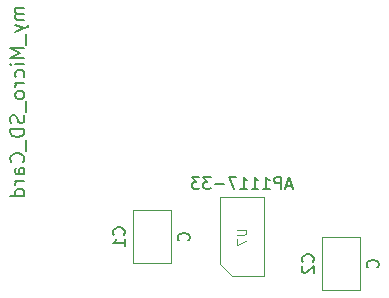
<source format=gbr>
G04 #@! TF.FileFunction,Other,Fab,Bot*
%FSLAX46Y46*%
G04 Gerber Fmt 4.6, Leading zero omitted, Abs format (unit mm)*
G04 Created by KiCad (PCBNEW 4.0.7) date 04/18/18 00:39:05*
%MOMM*%
%LPD*%
G01*
G04 APERTURE LIST*
%ADD10C,0.100000*%
%ADD11C,0.150000*%
%ADD12C,0.120000*%
G04 APERTURE END LIST*
D10*
X161366000Y-104430000D02*
X158166000Y-104430000D01*
X161366000Y-108930000D02*
X161366000Y-104430000D01*
X158166000Y-108930000D02*
X161366000Y-108930000D01*
X158166000Y-104430000D02*
X158166000Y-108930000D01*
X177368000Y-106716000D02*
X174168000Y-106716000D01*
X177368000Y-111216000D02*
X177368000Y-106716000D01*
X174168000Y-111216000D02*
X177368000Y-111216000D01*
X174168000Y-106716000D02*
X174168000Y-111216000D01*
X165536000Y-109030000D02*
X166536000Y-110030000D01*
X165536000Y-109030000D02*
X165536000Y-103330000D01*
X166536000Y-110030000D02*
X169236000Y-110030000D01*
X165536000Y-103330000D02*
X169236000Y-103330000D01*
X169236000Y-110030000D02*
X169236000Y-103330000D01*
D11*
X162873143Y-106989524D02*
X162920762Y-106941905D01*
X162968381Y-106799048D01*
X162968381Y-106703810D01*
X162920762Y-106560952D01*
X162825524Y-106465714D01*
X162730286Y-106418095D01*
X162539810Y-106370476D01*
X162396952Y-106370476D01*
X162206476Y-106418095D01*
X162111238Y-106465714D01*
X162016000Y-106560952D01*
X161968381Y-106703810D01*
X161968381Y-106799048D01*
X162016000Y-106941905D01*
X162063619Y-106989524D01*
X157373143Y-106513334D02*
X157420762Y-106465715D01*
X157468381Y-106322858D01*
X157468381Y-106227620D01*
X157420762Y-106084762D01*
X157325524Y-105989524D01*
X157230286Y-105941905D01*
X157039810Y-105894286D01*
X156896952Y-105894286D01*
X156706476Y-105941905D01*
X156611238Y-105989524D01*
X156516000Y-106084762D01*
X156468381Y-106227620D01*
X156468381Y-106322858D01*
X156516000Y-106465715D01*
X156563619Y-106513334D01*
X157468381Y-107465715D02*
X157468381Y-106894286D01*
X157468381Y-107180000D02*
X156468381Y-107180000D01*
X156611238Y-107084762D01*
X156706476Y-106989524D01*
X156754095Y-106894286D01*
X178875143Y-109275524D02*
X178922762Y-109227905D01*
X178970381Y-109085048D01*
X178970381Y-108989810D01*
X178922762Y-108846952D01*
X178827524Y-108751714D01*
X178732286Y-108704095D01*
X178541810Y-108656476D01*
X178398952Y-108656476D01*
X178208476Y-108704095D01*
X178113238Y-108751714D01*
X178018000Y-108846952D01*
X177970381Y-108989810D01*
X177970381Y-109085048D01*
X178018000Y-109227905D01*
X178065619Y-109275524D01*
X173375143Y-108799334D02*
X173422762Y-108751715D01*
X173470381Y-108608858D01*
X173470381Y-108513620D01*
X173422762Y-108370762D01*
X173327524Y-108275524D01*
X173232286Y-108227905D01*
X173041810Y-108180286D01*
X172898952Y-108180286D01*
X172708476Y-108227905D01*
X172613238Y-108275524D01*
X172518000Y-108370762D01*
X172470381Y-108513620D01*
X172470381Y-108608858D01*
X172518000Y-108751715D01*
X172565619Y-108799334D01*
X172565619Y-109180286D02*
X172518000Y-109227905D01*
X172470381Y-109323143D01*
X172470381Y-109561239D01*
X172518000Y-109656477D01*
X172565619Y-109704096D01*
X172660857Y-109751715D01*
X172756095Y-109751715D01*
X172898952Y-109704096D01*
X173470381Y-109132667D01*
X173470381Y-109751715D01*
X171600286Y-102346667D02*
X171124095Y-102346667D01*
X171695524Y-102632381D02*
X171362191Y-101632381D01*
X171028857Y-102632381D01*
X170695524Y-102632381D02*
X170695524Y-101632381D01*
X170314571Y-101632381D01*
X170219333Y-101680000D01*
X170171714Y-101727619D01*
X170124095Y-101822857D01*
X170124095Y-101965714D01*
X170171714Y-102060952D01*
X170219333Y-102108571D01*
X170314571Y-102156190D01*
X170695524Y-102156190D01*
X169171714Y-102632381D02*
X169743143Y-102632381D01*
X169457429Y-102632381D02*
X169457429Y-101632381D01*
X169552667Y-101775238D01*
X169647905Y-101870476D01*
X169743143Y-101918095D01*
X168219333Y-102632381D02*
X168790762Y-102632381D01*
X168505048Y-102632381D02*
X168505048Y-101632381D01*
X168600286Y-101775238D01*
X168695524Y-101870476D01*
X168790762Y-101918095D01*
X167266952Y-102632381D02*
X167838381Y-102632381D01*
X167552667Y-102632381D02*
X167552667Y-101632381D01*
X167647905Y-101775238D01*
X167743143Y-101870476D01*
X167838381Y-101918095D01*
X166933619Y-101632381D02*
X166266952Y-101632381D01*
X166695524Y-102632381D01*
X165886000Y-102251429D02*
X165124095Y-102251429D01*
X164743143Y-101632381D02*
X164124095Y-101632381D01*
X164457429Y-102013333D01*
X164314571Y-102013333D01*
X164219333Y-102060952D01*
X164171714Y-102108571D01*
X164124095Y-102203810D01*
X164124095Y-102441905D01*
X164171714Y-102537143D01*
X164219333Y-102584762D01*
X164314571Y-102632381D01*
X164600286Y-102632381D01*
X164695524Y-102584762D01*
X164743143Y-102537143D01*
X163790762Y-101632381D02*
X163171714Y-101632381D01*
X163505048Y-102013333D01*
X163362190Y-102013333D01*
X163266952Y-102060952D01*
X163219333Y-102108571D01*
X163171714Y-102203810D01*
X163171714Y-102441905D01*
X163219333Y-102537143D01*
X163266952Y-102584762D01*
X163362190Y-102632381D01*
X163647905Y-102632381D01*
X163743143Y-102584762D01*
X163790762Y-102537143D01*
D12*
X166947905Y-106070476D02*
X167595524Y-106070476D01*
X167671714Y-106108571D01*
X167709810Y-106146667D01*
X167747905Y-106222857D01*
X167747905Y-106375238D01*
X167709810Y-106451429D01*
X167671714Y-106489524D01*
X167595524Y-106527619D01*
X166947905Y-106527619D01*
X166947905Y-106832381D02*
X166947905Y-107365714D01*
X167747905Y-107022857D01*
D11*
X148972857Y-87278571D02*
X148172857Y-87278571D01*
X148287143Y-87278571D02*
X148230000Y-87335714D01*
X148172857Y-87450000D01*
X148172857Y-87621428D01*
X148230000Y-87735714D01*
X148344286Y-87792857D01*
X148972857Y-87792857D01*
X148344286Y-87792857D02*
X148230000Y-87850000D01*
X148172857Y-87964286D01*
X148172857Y-88135714D01*
X148230000Y-88250000D01*
X148344286Y-88307143D01*
X148972857Y-88307143D01*
X148172857Y-88764286D02*
X148972857Y-89050000D01*
X148172857Y-89335714D02*
X148972857Y-89050000D01*
X149258571Y-88935714D01*
X149315714Y-88878571D01*
X149372857Y-88764286D01*
X149087143Y-89507143D02*
X149087143Y-90421429D01*
X148972857Y-90707143D02*
X147772857Y-90707143D01*
X148630000Y-91107143D01*
X147772857Y-91507143D01*
X148972857Y-91507143D01*
X148972857Y-92078572D02*
X148172857Y-92078572D01*
X147772857Y-92078572D02*
X147830000Y-92021429D01*
X147887143Y-92078572D01*
X147830000Y-92135715D01*
X147772857Y-92078572D01*
X147887143Y-92078572D01*
X148915714Y-93164287D02*
X148972857Y-93050001D01*
X148972857Y-92821430D01*
X148915714Y-92707144D01*
X148858571Y-92650001D01*
X148744286Y-92592858D01*
X148401429Y-92592858D01*
X148287143Y-92650001D01*
X148230000Y-92707144D01*
X148172857Y-92821430D01*
X148172857Y-93050001D01*
X148230000Y-93164287D01*
X148972857Y-93678572D02*
X148172857Y-93678572D01*
X148401429Y-93678572D02*
X148287143Y-93735715D01*
X148230000Y-93792858D01*
X148172857Y-93907144D01*
X148172857Y-94021429D01*
X148972857Y-94592858D02*
X148915714Y-94478572D01*
X148858571Y-94421429D01*
X148744286Y-94364286D01*
X148401429Y-94364286D01*
X148287143Y-94421429D01*
X148230000Y-94478572D01*
X148172857Y-94592858D01*
X148172857Y-94764286D01*
X148230000Y-94878572D01*
X148287143Y-94935715D01*
X148401429Y-94992858D01*
X148744286Y-94992858D01*
X148858571Y-94935715D01*
X148915714Y-94878572D01*
X148972857Y-94764286D01*
X148972857Y-94592858D01*
X149087143Y-95221429D02*
X149087143Y-96135715D01*
X148915714Y-96364286D02*
X148972857Y-96535715D01*
X148972857Y-96821429D01*
X148915714Y-96935715D01*
X148858571Y-96992858D01*
X148744286Y-97050001D01*
X148630000Y-97050001D01*
X148515714Y-96992858D01*
X148458571Y-96935715D01*
X148401429Y-96821429D01*
X148344286Y-96592858D01*
X148287143Y-96478572D01*
X148230000Y-96421429D01*
X148115714Y-96364286D01*
X148001429Y-96364286D01*
X147887143Y-96421429D01*
X147830000Y-96478572D01*
X147772857Y-96592858D01*
X147772857Y-96878572D01*
X147830000Y-97050001D01*
X148972857Y-97564286D02*
X147772857Y-97564286D01*
X147772857Y-97850001D01*
X147830000Y-98021429D01*
X147944286Y-98135715D01*
X148058571Y-98192858D01*
X148287143Y-98250001D01*
X148458571Y-98250001D01*
X148687143Y-98192858D01*
X148801429Y-98135715D01*
X148915714Y-98021429D01*
X148972857Y-97850001D01*
X148972857Y-97564286D01*
X149087143Y-98478572D02*
X149087143Y-99392858D01*
X148858571Y-100364287D02*
X148915714Y-100307144D01*
X148972857Y-100135715D01*
X148972857Y-100021429D01*
X148915714Y-99850001D01*
X148801429Y-99735715D01*
X148687143Y-99678572D01*
X148458571Y-99621429D01*
X148287143Y-99621429D01*
X148058571Y-99678572D01*
X147944286Y-99735715D01*
X147830000Y-99850001D01*
X147772857Y-100021429D01*
X147772857Y-100135715D01*
X147830000Y-100307144D01*
X147887143Y-100364287D01*
X148972857Y-101392858D02*
X148344286Y-101392858D01*
X148230000Y-101335715D01*
X148172857Y-101221429D01*
X148172857Y-100992858D01*
X148230000Y-100878572D01*
X148915714Y-101392858D02*
X148972857Y-101278572D01*
X148972857Y-100992858D01*
X148915714Y-100878572D01*
X148801429Y-100821429D01*
X148687143Y-100821429D01*
X148572857Y-100878572D01*
X148515714Y-100992858D01*
X148515714Y-101278572D01*
X148458571Y-101392858D01*
X148972857Y-101964286D02*
X148172857Y-101964286D01*
X148401429Y-101964286D02*
X148287143Y-102021429D01*
X148230000Y-102078572D01*
X148172857Y-102192858D01*
X148172857Y-102307143D01*
X148972857Y-103221429D02*
X147772857Y-103221429D01*
X148915714Y-103221429D02*
X148972857Y-103107143D01*
X148972857Y-102878572D01*
X148915714Y-102764286D01*
X148858571Y-102707143D01*
X148744286Y-102650000D01*
X148401429Y-102650000D01*
X148287143Y-102707143D01*
X148230000Y-102764286D01*
X148172857Y-102878572D01*
X148172857Y-103107143D01*
X148230000Y-103221429D01*
M02*

</source>
